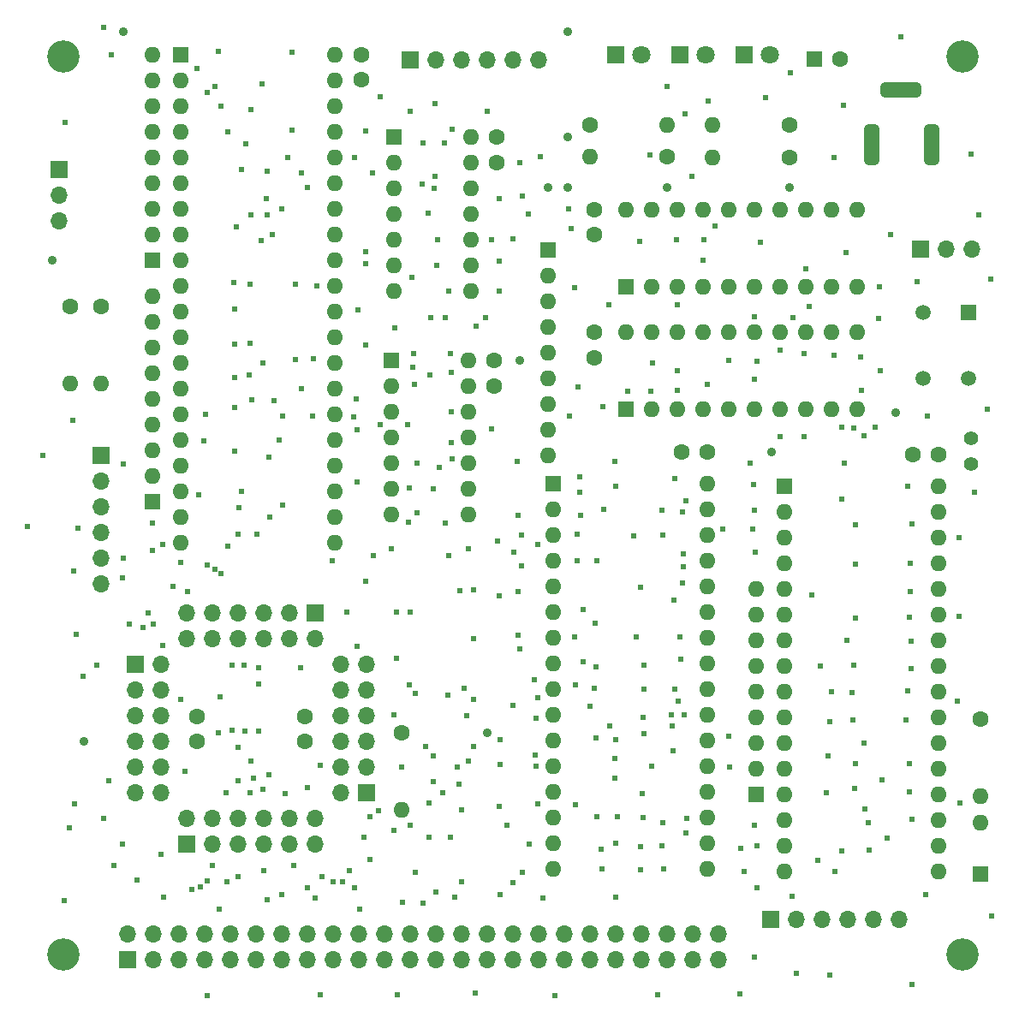
<source format=gbs>
%TF.GenerationSoftware,KiCad,Pcbnew,7.0.8*%
%TF.CreationDate,2023-12-27T09:13:38+09:00*%
%TF.ProjectId,8088_RAM,38303838-5f52-4414-9d2e-6b696361645f,1.5*%
%TF.SameCoordinates,PX4c4b400PY8a48640*%
%TF.FileFunction,Soldermask,Bot*%
%TF.FilePolarity,Negative*%
%FSLAX46Y46*%
G04 Gerber Fmt 4.6, Leading zero omitted, Abs format (unit mm)*
G04 Created by KiCad (PCBNEW 7.0.8) date 2023-12-27 09:13:38*
%MOMM*%
%LPD*%
G01*
G04 APERTURE LIST*
G04 Aperture macros list*
%AMRoundRect*
0 Rectangle with rounded corners*
0 $1 Rounding radius*
0 $2 $3 $4 $5 $6 $7 $8 $9 X,Y pos of 4 corners*
0 Add a 4 corners polygon primitive as box body*
4,1,4,$2,$3,$4,$5,$6,$7,$8,$9,$2,$3,0*
0 Add four circle primitives for the rounded corners*
1,1,$1+$1,$2,$3*
1,1,$1+$1,$4,$5*
1,1,$1+$1,$6,$7*
1,1,$1+$1,$8,$9*
0 Add four rect primitives between the rounded corners*
20,1,$1+$1,$2,$3,$4,$5,0*
20,1,$1+$1,$4,$5,$6,$7,0*
20,1,$1+$1,$6,$7,$8,$9,0*
20,1,$1+$1,$8,$9,$2,$3,0*%
G04 Aperture macros list end*
%ADD10R,1.600000X1.600000*%
%ADD11O,1.600000X1.600000*%
%ADD12R,1.500000X1.500000*%
%ADD13C,1.500000*%
%ADD14C,1.600000*%
%ADD15R,1.700000X1.700000*%
%ADD16O,1.700000X1.700000*%
%ADD17R,1.800000X1.800000*%
%ADD18C,1.800000*%
%ADD19C,3.200000*%
%ADD20RoundRect,0.375000X0.375000X1.625000X-0.375000X1.625000X-0.375000X-1.625000X0.375000X-1.625000X0*%
%ADD21RoundRect,0.375000X-1.625000X0.375000X-1.625000X-0.375000X1.625000X-0.375000X1.625000X0.375000X0*%
%ADD22C,1.400000*%
%ADD23C,0.900000*%
%ADD24C,0.605000*%
G04 APERTURE END LIST*
D10*
X16620000Y94090000D03*
D11*
X16620000Y91550000D03*
X16620000Y89010000D03*
X16620000Y86470000D03*
X16620000Y83930000D03*
X16620000Y81390000D03*
X16620000Y78850000D03*
X16620000Y76310000D03*
X16620000Y73770000D03*
X16620000Y71230000D03*
X16620000Y68690000D03*
X16620000Y66150000D03*
X16620000Y63610000D03*
X16620000Y61070000D03*
X16620000Y58530000D03*
X16620000Y55990000D03*
X16620000Y53450000D03*
X16620000Y50910000D03*
X16620000Y48370000D03*
X16620000Y45830000D03*
X31860000Y45830000D03*
X31860000Y48370000D03*
X31860000Y50910000D03*
X31860000Y53450000D03*
X31860000Y55990000D03*
X31860000Y58530000D03*
X31860000Y61070000D03*
X31860000Y63610000D03*
X31860000Y66150000D03*
X31860000Y68690000D03*
X31860000Y71230000D03*
X31860000Y73770000D03*
X31860000Y76310000D03*
X31860000Y78850000D03*
X31860000Y81390000D03*
X31860000Y83930000D03*
X31860000Y86470000D03*
X31860000Y89010000D03*
X31860000Y91550000D03*
X31860000Y94090000D03*
D12*
X94550000Y68590000D03*
D13*
X94550000Y62090000D03*
X90050000Y68590000D03*
X90050000Y62090000D03*
D14*
X5710000Y69180000D03*
D11*
X5710000Y61560000D03*
D15*
X4640000Y82720000D03*
D16*
X4640000Y80180000D03*
X4640000Y77640000D03*
D17*
X72369400Y94062000D03*
D18*
X74909400Y94062000D03*
D15*
X17267000Y16000000D03*
D16*
X17267000Y18540000D03*
X19807000Y16000000D03*
X19807000Y18540000D03*
X22347000Y16000000D03*
X22347000Y18540000D03*
X24887000Y16000000D03*
X24887000Y18540000D03*
X27427000Y16000000D03*
X27427000Y18540000D03*
X29967000Y16000000D03*
X29967000Y18540000D03*
D10*
X13836000Y49894000D03*
D11*
X13836000Y52434000D03*
X13836000Y54974000D03*
X13836000Y57514000D03*
X13836000Y60054000D03*
X13836000Y62594000D03*
X13836000Y65134000D03*
X13836000Y67674000D03*
X13836000Y70214000D03*
D14*
X91545000Y54518000D03*
X89045000Y54518000D03*
D15*
X35047000Y21080000D03*
D16*
X32507000Y21080000D03*
X35047000Y23620000D03*
X32507000Y23620000D03*
X35047000Y26160000D03*
X32507000Y26160000D03*
X35047000Y28700000D03*
X32507000Y28700000D03*
X35047000Y31240000D03*
X32507000Y31240000D03*
X35047000Y33780000D03*
X32507000Y33780000D03*
D10*
X52952000Y74786000D03*
D11*
X52952000Y72246000D03*
X52952000Y69706000D03*
X52952000Y67166000D03*
X52952000Y64626000D03*
X52952000Y62086000D03*
X52952000Y59546000D03*
X52952000Y57006000D03*
X52952000Y54466000D03*
D14*
X8756000Y69198000D03*
D11*
X8756000Y61578000D03*
D14*
X34490000Y94090000D03*
X34490000Y91590000D03*
D15*
X8756000Y54466000D03*
D16*
X8756000Y51926000D03*
X8756000Y49386000D03*
X8756000Y46846000D03*
X8756000Y44306000D03*
X8756000Y41766000D03*
D10*
X60660000Y59020000D03*
D11*
X63200000Y59020000D03*
X65740000Y59020000D03*
X68280000Y59020000D03*
X70820000Y59020000D03*
X73360000Y59020000D03*
X75900000Y59020000D03*
X78440000Y59020000D03*
X80980000Y59020000D03*
X83520000Y59020000D03*
X83520000Y66640000D03*
X80980000Y66640000D03*
X78440000Y66640000D03*
X75900000Y66640000D03*
X73360000Y66640000D03*
X70820000Y66640000D03*
X68280000Y66640000D03*
X65740000Y66640000D03*
X63200000Y66640000D03*
X60660000Y66640000D03*
D15*
X75010000Y8560000D03*
D16*
X77550000Y8560000D03*
X80090000Y8560000D03*
X82630000Y8560000D03*
X85170000Y8560000D03*
X87710000Y8560000D03*
D10*
X73526000Y20938000D03*
D11*
X73526000Y23478000D03*
X73526000Y26018000D03*
X73526000Y28558000D03*
X73526000Y31098000D03*
X73526000Y33638000D03*
X73526000Y36178000D03*
X73526000Y38718000D03*
X73526000Y41258000D03*
D14*
X47618000Y63819000D03*
X47618000Y61319000D03*
D19*
X5080000Y93920000D03*
D14*
X47882000Y85927000D03*
X47882000Y83427000D03*
X38474000Y27034000D03*
D11*
X38474000Y19414000D03*
D14*
X76825000Y87120000D03*
D11*
X69205000Y87120000D03*
D10*
X37458000Y63864000D03*
D11*
X37458000Y61324000D03*
X37458000Y58784000D03*
X37458000Y56244000D03*
X37458000Y53704000D03*
X37458000Y51164000D03*
X37458000Y48624000D03*
X45078000Y48624000D03*
X45078000Y51164000D03*
X45078000Y53704000D03*
X45078000Y56244000D03*
X45078000Y58784000D03*
X45078000Y61324000D03*
X45078000Y63864000D03*
D19*
X93920000Y5080000D03*
X93920000Y93920000D03*
D15*
X29967000Y38860000D03*
D16*
X29967000Y36320000D03*
X27427000Y38860000D03*
X27427000Y36320000D03*
X24887000Y38860000D03*
X24887000Y36320000D03*
X22347000Y38860000D03*
X22347000Y36320000D03*
X19807000Y38860000D03*
X19807000Y36320000D03*
X17267000Y38860000D03*
X17267000Y36320000D03*
D20*
X90940000Y85170000D03*
X84940000Y85170000D03*
D21*
X87890000Y90570000D03*
D10*
X76315000Y51418000D03*
D11*
X76315000Y48878000D03*
X76315000Y46338000D03*
X76315000Y43798000D03*
X76315000Y41258000D03*
X76315000Y38718000D03*
X76315000Y36178000D03*
X76315000Y33638000D03*
X76315000Y31098000D03*
X76315000Y28558000D03*
X76315000Y26018000D03*
X76315000Y23478000D03*
X76315000Y20938000D03*
X76315000Y18398000D03*
X76315000Y15858000D03*
X76315000Y13318000D03*
X91555000Y13318000D03*
X91555000Y15858000D03*
X91555000Y18398000D03*
X91555000Y20938000D03*
X91555000Y23478000D03*
X91555000Y26018000D03*
X91555000Y28558000D03*
X91555000Y31098000D03*
X91555000Y33638000D03*
X91555000Y36178000D03*
X91555000Y38718000D03*
X91555000Y41258000D03*
X91555000Y43798000D03*
X91555000Y46338000D03*
X91555000Y48878000D03*
X91555000Y51418000D03*
D14*
X57510000Y78780000D03*
X57510000Y76280000D03*
D15*
X39308400Y93590000D03*
D16*
X41848400Y93590000D03*
X44388400Y93590000D03*
X46928400Y93590000D03*
X49468400Y93590000D03*
X52008400Y93590000D03*
D10*
X37722000Y85967000D03*
D11*
X37722000Y83427000D03*
X37722000Y80887000D03*
X37722000Y78347000D03*
X37722000Y75807000D03*
X37722000Y73267000D03*
X37722000Y70727000D03*
X45342000Y70727000D03*
X45342000Y73267000D03*
X45342000Y75807000D03*
X45342000Y78347000D03*
X45342000Y80887000D03*
X45342000Y83427000D03*
X45342000Y85967000D03*
D17*
X59669400Y94062000D03*
D18*
X62209400Y94062000D03*
D14*
X76825000Y83945000D03*
D11*
X69205000Y83945000D03*
D22*
X94780000Y56110000D03*
X94780000Y53570000D03*
D14*
X28951000Y26160000D03*
X28951000Y28660000D03*
X95770000Y28380000D03*
D11*
X95770000Y20760000D03*
D14*
X68700000Y54762000D03*
X66200000Y54762000D03*
X64760000Y83960000D03*
D11*
X57140000Y83960000D03*
D10*
X53455000Y51672000D03*
D11*
X53455000Y49132000D03*
X53455000Y46592000D03*
X53455000Y44052000D03*
X53455000Y41512000D03*
X53455000Y38972000D03*
X53455000Y36432000D03*
X53455000Y33892000D03*
X53455000Y31352000D03*
X53455000Y28812000D03*
X53455000Y26272000D03*
X53455000Y23732000D03*
X53455000Y21192000D03*
X53455000Y18652000D03*
X53455000Y16112000D03*
X53455000Y13572000D03*
X68695000Y13572000D03*
X68695000Y16112000D03*
X68695000Y18652000D03*
X68695000Y21192000D03*
X68695000Y23732000D03*
X68695000Y26272000D03*
X68695000Y28812000D03*
X68695000Y31352000D03*
X68695000Y33892000D03*
X68695000Y36432000D03*
X68695000Y38972000D03*
X68695000Y41512000D03*
X68695000Y44052000D03*
X68695000Y46592000D03*
X68695000Y49132000D03*
X68695000Y51672000D03*
D17*
X66019400Y94062000D03*
D18*
X68559400Y94062000D03*
D14*
X57140000Y87130000D03*
D11*
X64760000Y87130000D03*
D19*
X5080000Y5080000D03*
D14*
X57560000Y66640000D03*
X57560000Y64140000D03*
D10*
X79330000Y93690000D03*
D14*
X81830000Y93690000D03*
D10*
X95770000Y13060000D03*
D11*
X95770000Y18140000D03*
D15*
X12187000Y33780000D03*
D16*
X14727000Y33780000D03*
X12187000Y31240000D03*
X14727000Y31240000D03*
X12187000Y28700000D03*
X14727000Y28700000D03*
X12187000Y26160000D03*
X14727000Y26160000D03*
X12187000Y23620000D03*
X14727000Y23620000D03*
X12187000Y21080000D03*
X14727000Y21080000D03*
D10*
X60650000Y71170000D03*
D11*
X63190000Y71170000D03*
X65730000Y71170000D03*
X68270000Y71170000D03*
X70810000Y71170000D03*
X73350000Y71170000D03*
X75890000Y71170000D03*
X78430000Y71170000D03*
X80970000Y71170000D03*
X83510000Y71170000D03*
X83510000Y78790000D03*
X80970000Y78790000D03*
X78430000Y78790000D03*
X75890000Y78790000D03*
X73350000Y78790000D03*
X70810000Y78790000D03*
X68270000Y78790000D03*
X65730000Y78790000D03*
X63190000Y78790000D03*
X60650000Y78790000D03*
D15*
X89840000Y74890000D03*
D16*
X92380000Y74890000D03*
X94920000Y74890000D03*
D10*
X13836000Y73770000D03*
D11*
X13836000Y76310000D03*
X13836000Y78850000D03*
X13836000Y81390000D03*
X13836000Y83930000D03*
X13836000Y86470000D03*
X13836000Y89010000D03*
X13836000Y91550000D03*
X13836000Y94090000D03*
D14*
X18283000Y26160000D03*
X18283000Y28660000D03*
D15*
X11420000Y4570000D03*
D16*
X11420000Y7110000D03*
X13960000Y4570000D03*
X13960000Y7110000D03*
X16500000Y4570000D03*
X16500000Y7110000D03*
X19040000Y4570000D03*
X19040000Y7110000D03*
X21580000Y4570000D03*
X21580000Y7110000D03*
X24120000Y4570000D03*
X24120000Y7110000D03*
X26660000Y4570000D03*
X26660000Y7110000D03*
X29200000Y4570000D03*
X29200000Y7110000D03*
X31740000Y4570000D03*
X31740000Y7110000D03*
X34280000Y4570000D03*
X34280000Y7110000D03*
X36820000Y4570000D03*
X36820000Y7110000D03*
X39360000Y4570000D03*
X39360000Y7110000D03*
X41900000Y4570000D03*
X41900000Y7110000D03*
X44440000Y4570000D03*
X44440000Y7110000D03*
X46980000Y4570000D03*
X46980000Y7110000D03*
X49520000Y4570000D03*
X49520000Y7110000D03*
X52060000Y4570000D03*
X52060000Y7110000D03*
X54600000Y4570000D03*
X54600000Y7110000D03*
X57140000Y4570000D03*
X57140000Y7110000D03*
X59680000Y4570000D03*
X59680000Y7110000D03*
X62220000Y4570000D03*
X62220000Y7110000D03*
X64760000Y4570000D03*
X64760000Y7110000D03*
X67300000Y4570000D03*
X67300000Y7110000D03*
X69840000Y4570000D03*
X69840000Y7110000D03*
D23*
X75050000Y54762000D03*
X46980000Y27030000D03*
X64760000Y80940000D03*
X54910000Y85930000D03*
X54910000Y96320000D03*
X52970000Y80940000D03*
X7124900Y26200000D03*
X87390000Y58673016D03*
X76830000Y80940000D03*
X11000000Y96320000D03*
X54910000Y80940000D03*
X3980000Y73780000D03*
X50160000Y63820000D03*
D24*
X63020000Y84140000D03*
X56070000Y50780000D03*
X39230000Y51200000D03*
X19240000Y1030000D03*
X94800000Y84280000D03*
X18450000Y50560000D03*
X41154000Y78400000D03*
X81270000Y83920000D03*
X80480000Y21130000D03*
X55100000Y58360000D03*
X83320000Y21480000D03*
X80830000Y3070000D03*
X21990000Y59210000D03*
X66360000Y44720000D03*
X50050000Y40950000D03*
X57560000Y31460000D03*
X44920000Y28720000D03*
X62470000Y31340000D03*
X63810000Y1150000D03*
X13836004Y47736000D03*
X83860000Y64220000D03*
X20370000Y94400000D03*
X39200000Y47840000D03*
X80860000Y28140000D03*
X87870000Y95890000D03*
X25410000Y54280000D03*
X84720000Y15450000D03*
X38110000Y1100000D03*
X21990000Y54890000D03*
X62020000Y75600000D03*
X11570000Y37730000D03*
X29170000Y21560000D03*
X40590000Y85390000D03*
X63300000Y63580000D03*
X60830000Y60820000D03*
X29800000Y63980000D03*
X21990000Y65470000D03*
X28030000Y63960000D03*
X88930000Y18480000D03*
X96840000Y8920000D03*
X37750000Y28760000D03*
X83160000Y33700000D03*
X23890000Y22560000D03*
X50000000Y36670000D03*
X55850000Y46630000D03*
X78820000Y69150000D03*
X30440000Y1150000D03*
X24600000Y75670000D03*
X90350000Y11000000D03*
X54990000Y78870000D03*
X25170000Y82540000D03*
X73460000Y44870000D03*
X30110000Y71220000D03*
X23500000Y71370000D03*
X65760000Y60920000D03*
X83410000Y23990000D03*
X66400000Y28800000D03*
X88900000Y36090000D03*
X78290000Y64540000D03*
X20440000Y9600000D03*
X96430000Y59000000D03*
X63160000Y60810000D03*
X16680000Y43830000D03*
X61460000Y46530000D03*
X88800000Y43800000D03*
X68360000Y75810000D03*
X45780000Y1270000D03*
X5230000Y87390000D03*
X57730000Y33560000D03*
X6020000Y57900000D03*
X59610000Y22560000D03*
X82410000Y74510000D03*
X24810000Y21460000D03*
X39530000Y72090000D03*
X56070000Y52350000D03*
X93450000Y30160000D03*
X55820000Y44070000D03*
X43446480Y62705800D03*
X43342200Y64513458D03*
X88740000Y23970000D03*
X25090000Y79890000D03*
X57750000Y26480000D03*
X41190000Y16700000D03*
X73960000Y75560000D03*
X88720000Y21150000D03*
X62360000Y18630000D03*
X39090000Y57520000D03*
X82160000Y89110000D03*
X89440000Y71670000D03*
X66250000Y48880000D03*
X59810000Y18700000D03*
X72030000Y15590000D03*
X43170000Y70680000D03*
X74450000Y89820000D03*
X48230000Y10980000D03*
X68770000Y89530000D03*
X56170000Y48510000D03*
X40650000Y10160000D03*
X27620000Y86590000D03*
X47420000Y75790000D03*
X51930000Y19980000D03*
X51770000Y23740000D03*
X93630000Y46320000D03*
X28030000Y71400000D03*
X93630000Y38510000D03*
X44200000Y21910000D03*
X23500000Y65570000D03*
X42720000Y85390000D03*
X34740000Y16650000D03*
X24370000Y31860000D03*
X17040000Y23250000D03*
X14900000Y35680000D03*
X65640000Y75780000D03*
X62400000Y28530000D03*
X34340000Y9610000D03*
X6530000Y47240000D03*
X49620000Y44920000D03*
X81230000Y64390000D03*
X73170000Y47190000D03*
X70800000Y63860000D03*
X65470000Y52140000D03*
X37460000Y45230000D03*
X88500000Y31140000D03*
X70240000Y47170000D03*
X58320000Y13572000D03*
X50020000Y48540000D03*
X81330000Y13318000D03*
X57820000Y18730000D03*
X88730000Y38470000D03*
X42840000Y47790000D03*
X71930000Y1170000D03*
X53680000Y1030000D03*
X1490000Y47420000D03*
X45130000Y45220000D03*
X22390000Y49270000D03*
X70820000Y26640000D03*
X20410000Y27010000D03*
X27620000Y94330000D03*
X88340000Y28330000D03*
X73390000Y48990000D03*
X73420000Y4870000D03*
X83330000Y38400000D03*
X73410000Y17860000D03*
X83240000Y57170000D03*
X23570000Y88680000D03*
X43710000Y10800000D03*
X88870000Y33340000D03*
X62430000Y33720000D03*
X22340000Y46640000D03*
X16690000Y30360000D03*
X14730000Y15030000D03*
X14950000Y10760000D03*
X22990000Y27190000D03*
X88980000Y2100000D03*
X83370000Y47560000D03*
X70890000Y23660000D03*
X17310000Y41030000D03*
X84670000Y18120000D03*
X5120000Y10440000D03*
X42020000Y75800000D03*
X47410000Y57100000D03*
X45870000Y67210000D03*
X26720000Y49540000D03*
X50450000Y80120000D03*
X39730000Y61450000D03*
X65170000Y28820000D03*
X55560000Y71020000D03*
X45060000Y24210000D03*
X22960000Y33720000D03*
X30460000Y23800000D03*
X80640000Y24770000D03*
X59620000Y53820000D03*
X88760000Y40990000D03*
X73670000Y63750000D03*
X36250000Y19290000D03*
X25200000Y78220000D03*
X7020000Y32570000D03*
X21750000Y33740000D03*
X51940000Y30470000D03*
X37850000Y67070000D03*
X55590000Y36500000D03*
X62430000Y26940000D03*
X95150000Y50790000D03*
X13850000Y45040000D03*
X39570000Y63170000D03*
X88510000Y51400000D03*
X83150000Y28280000D03*
X83010000Y30980000D03*
X48190000Y19770000D03*
X18910000Y55880000D03*
X48180000Y70720000D03*
X49530000Y75910000D03*
X93660000Y20080000D03*
X39680000Y64550000D03*
X6360000Y36720000D03*
X62150000Y13510000D03*
X86810000Y76290000D03*
X52440000Y10650000D03*
X24700000Y91170000D03*
X21740000Y27250000D03*
X50193001Y83427002D03*
X40520000Y81320000D03*
X95540000Y78280000D03*
X23080000Y85240000D03*
X44450000Y19360000D03*
X23460000Y62380000D03*
X55950000Y61230000D03*
X64210000Y15860000D03*
X66290000Y41850000D03*
X21960000Y62130000D03*
X96750000Y71890000D03*
X59540000Y24490000D03*
X88980000Y47670000D03*
X41220000Y20050000D03*
X24370000Y33490000D03*
X77070000Y10860000D03*
X24340000Y27180000D03*
X73320000Y51570000D03*
X21960000Y68940000D03*
X72389998Y13318000D03*
X76940000Y92300000D03*
X66390000Y43450000D03*
X83330000Y43660000D03*
X90470000Y58320000D03*
X51830000Y28430000D03*
X62110000Y15790000D03*
X48220000Y23910000D03*
X62260000Y20970000D03*
X28529990Y33490000D03*
X45570000Y41170000D03*
X66710000Y18570000D03*
X36400000Y57530000D03*
X85740000Y71120000D03*
X49500000Y12190000D03*
X49540000Y29720000D03*
X65750000Y69330000D03*
X85860600Y62870000D03*
X58960000Y69310000D03*
X65740000Y62870000D03*
X8330000Y33670000D03*
X55240000Y76860000D03*
X85970000Y22384800D03*
X79930000Y33650000D03*
X82240000Y53690000D03*
X82520000Y36180000D03*
X51650600Y32300000D03*
X72930000Y53700000D03*
X39280000Y31730000D03*
X39310000Y38930000D03*
X14840000Y45660000D03*
X51950000Y45630000D03*
X62130000Y41380000D03*
X49940000Y53880000D03*
X41270000Y62420000D03*
X41660000Y24710000D03*
X41660000Y51170000D03*
X23570000Y24230000D03*
X33970000Y60010000D03*
X23650000Y59920000D03*
X57840000Y44050000D03*
X34970000Y73430000D03*
X65480000Y31350000D03*
X15910000Y41470000D03*
X34970000Y65360000D03*
X65450000Y40170000D03*
X34950000Y41980000D03*
X12340000Y12430000D03*
X85291700Y57230000D03*
X26360000Y55990000D03*
X26960000Y20970000D03*
X23520000Y21080000D03*
X21270000Y45440000D03*
X21270000Y86450000D03*
X21150000Y21080000D03*
X9030000Y96820000D03*
X6170000Y20006056D03*
X3010000Y54470000D03*
X33349400Y13380500D03*
X25490000Y48350000D03*
X24890000Y13359400D03*
X42200000Y53270000D03*
X22330000Y22260000D03*
X9540000Y22260000D03*
X11018900Y44310000D03*
X11000000Y53610000D03*
X41980000Y73270000D03*
X21260000Y12260000D03*
X31740000Y12260000D03*
X39360000Y17860600D03*
X82000000Y57260000D03*
X48930000Y17860600D03*
X29200000Y11660000D03*
X19310000Y12370000D03*
X5650000Y17580000D03*
X22340000Y12790600D03*
X30650000Y12790600D03*
X39890000Y30920000D03*
X39890600Y13210000D03*
X77540000Y3260000D03*
X50460000Y13210000D03*
X41660000Y22190000D03*
X46800003Y68090003D03*
X41910000Y11280000D03*
X52180000Y83960000D03*
X33880000Y11690000D03*
X42810000Y68090000D03*
X51060000Y78330000D03*
X51120000Y16050000D03*
X77150000Y68110000D03*
X29970000Y10640000D03*
X73350000Y68170000D03*
X38590000Y10280000D03*
X44650000Y31400000D03*
X44260000Y41060000D03*
X65850000Y30170000D03*
X80980000Y31110000D03*
X51700000Y24810000D03*
X65210000Y27710000D03*
X22340000Y25616656D03*
X58400000Y59310000D03*
X73350000Y61980000D03*
X59050000Y27710000D03*
X48200000Y26300000D03*
X65320000Y25200000D03*
X48190000Y40535800D03*
X63210000Y23730000D03*
X25395000Y22875000D03*
X84270000Y19460000D03*
X69470000Y77130000D03*
X21940000Y71530000D03*
X83960000Y60910000D03*
X68720000Y61520000D03*
X22170000Y77070000D03*
X12960000Y37450000D03*
X66070000Y34300000D03*
X13458900Y38890000D03*
X75900000Y64850000D03*
X86510000Y16640000D03*
X13980000Y37770000D03*
X20530000Y30600000D03*
X43350000Y16730000D03*
X43070600Y30770000D03*
X66620000Y17140000D03*
X85680000Y67990000D03*
X24750000Y63610000D03*
X64420000Y13550000D03*
X79070000Y40670000D03*
X79680000Y14440000D03*
X73620000Y15860000D03*
X59650000Y16120000D03*
X78290000Y56290000D03*
X28620000Y61080000D03*
X59660000Y10780000D03*
X50150000Y35340000D03*
X73620000Y11670000D03*
X75920000Y56280000D03*
X28620000Y82390000D03*
X67240000Y82020000D03*
X66610000Y49980000D03*
X34120000Y57010000D03*
X34120000Y35590000D03*
X41800000Y82090000D03*
X19100000Y58530000D03*
X41800000Y89270000D03*
X55690000Y31790000D03*
X34120000Y51820000D03*
X55680000Y19880000D03*
X19270000Y90350000D03*
X35340000Y18680000D03*
X19304615Y43621539D03*
X31620000Y44020600D03*
X18300000Y92700000D03*
X64760000Y90930000D03*
X37770000Y17330000D03*
X64340000Y18100000D03*
X64340000Y46580000D03*
X42540000Y21120000D03*
X43500000Y54090000D03*
X39330000Y88510000D03*
X46930000Y88510000D03*
X58230000Y15520000D03*
X58510000Y49132000D03*
X64240000Y48990000D03*
X35340000Y14500000D03*
X48160000Y73640000D03*
X78430000Y72950000D03*
X48160000Y79880000D03*
X34144999Y68815001D03*
X33840000Y83920000D03*
X34910000Y74570000D03*
X68270000Y73770000D03*
X34910000Y86530000D03*
X66510000Y88250000D03*
X40840000Y25680000D03*
X45590000Y25650000D03*
X44450000Y12260000D03*
X32690000Y12260000D03*
X43140000Y44570000D03*
X43960000Y23600000D03*
X38470000Y23610000D03*
X35670000Y44570000D03*
X35650000Y82380000D03*
X20050000Y90950000D03*
X9000000Y18540000D03*
X50350000Y43490000D03*
X50360000Y46610000D03*
X26660000Y11040000D03*
X6070000Y42980000D03*
X20050000Y43200000D03*
X18630000Y11760000D03*
X57140000Y29639400D03*
X29150600Y80980000D03*
X45650000Y30330000D03*
X45650000Y36330000D03*
X27230000Y83940000D03*
X61660000Y36540000D03*
X66040000Y36540000D03*
X26740000Y58350000D03*
X57590000Y37860000D03*
X29700000Y58350000D03*
X26680000Y78820000D03*
X37960000Y34380000D03*
X56410000Y34060000D03*
X37970000Y38970000D03*
X33105568Y38970000D03*
X25670000Y76300000D03*
X56440000Y39220000D03*
X25840000Y59840000D03*
X33740000Y58290000D03*
X10920000Y16000000D03*
X10920000Y42370000D03*
X17780000Y11520000D03*
X20650000Y89010000D03*
X20650000Y42730000D03*
X25240000Y10509400D03*
X82040000Y15340000D03*
X27870000Y13890000D03*
X9810000Y94090000D03*
X81980000Y50130000D03*
X19806996Y13880002D03*
X10080000Y13930000D03*
X36400000Y89920000D03*
X22700000Y50900000D03*
X22670000Y82710000D03*
X41690000Y80890000D03*
X41392000Y68070000D03*
X59700000Y26300000D03*
X59670000Y51430000D03*
X84230000Y26020000D03*
X43430000Y55710000D03*
X84230000Y56370000D03*
X43440000Y58790000D03*
X40040000Y53710000D03*
X40040000Y48770000D03*
X24180000Y46700000D03*
X47990000Y45970000D03*
X23560000Y78250000D03*
X43520000Y86730000D03*
M02*

</source>
